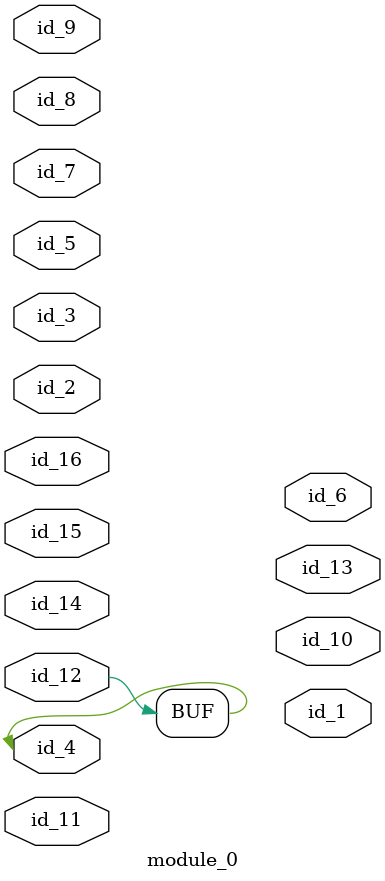
<source format=v>
module module_0 (
    id_1,
    id_2,
    id_3,
    id_4,
    id_5,
    id_6,
    id_7,
    id_8,
    id_9,
    id_10,
    id_11,
    id_12,
    id_13,
    id_14,
    id_15,
    id_16
);
  inout id_16;
  input id_15;
  input id_14;
  output id_13;
  inout id_12;
  inout id_11;
  output id_10;
  inout id_9;
  inout id_8;
  input id_7;
  output id_6;
  inout id_5;
  inout id_4;
  inout id_3;
  inout id_2;
  output id_1;
  assign id_4 = id_12;
endmodule

</source>
